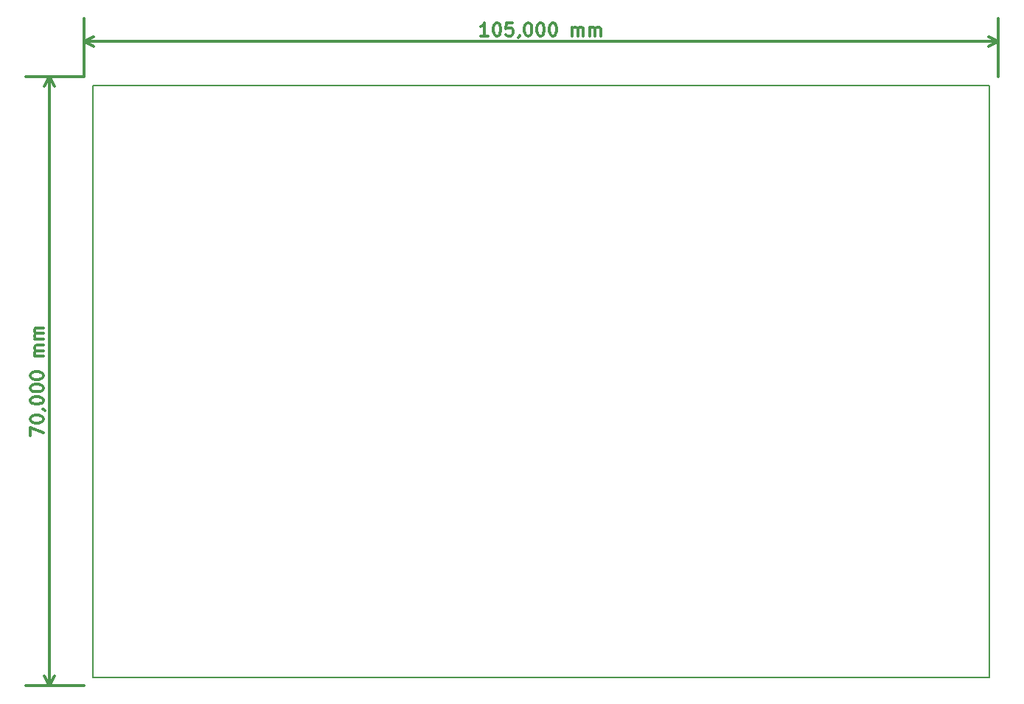
<source format=gbr>
G04 #@! TF.FileFunction,Drawing*
%FSLAX46Y46*%
G04 Gerber Fmt 4.6, Leading zero omitted, Abs format (unit mm)*
G04 Created by KiCad (PCBNEW 4.0.6) date 05/08/17 11:25:49*
%MOMM*%
%LPD*%
G01*
G04 APERTURE LIST*
%ADD10C,0.100000*%
%ADD11C,0.200000*%
%ADD12C,0.300000*%
G04 APERTURE END LIST*
D10*
D11*
X217030000Y-105680000D02*
X217030000Y-37680000D01*
X114030000Y-105680000D02*
X217030000Y-105680000D01*
X114030000Y-37680000D02*
X114030000Y-105680000D01*
X217030000Y-37680000D02*
X114030000Y-37680000D01*
D12*
X159458573Y-32008571D02*
X158601430Y-32008571D01*
X159030002Y-32008571D02*
X159030002Y-30508571D01*
X158887145Y-30722857D01*
X158744287Y-30865714D01*
X158601430Y-30937143D01*
X160387144Y-30508571D02*
X160530001Y-30508571D01*
X160672858Y-30580000D01*
X160744287Y-30651429D01*
X160815716Y-30794286D01*
X160887144Y-31080000D01*
X160887144Y-31437143D01*
X160815716Y-31722857D01*
X160744287Y-31865714D01*
X160672858Y-31937143D01*
X160530001Y-32008571D01*
X160387144Y-32008571D01*
X160244287Y-31937143D01*
X160172858Y-31865714D01*
X160101430Y-31722857D01*
X160030001Y-31437143D01*
X160030001Y-31080000D01*
X160101430Y-30794286D01*
X160172858Y-30651429D01*
X160244287Y-30580000D01*
X160387144Y-30508571D01*
X162244287Y-30508571D02*
X161530001Y-30508571D01*
X161458572Y-31222857D01*
X161530001Y-31151429D01*
X161672858Y-31080000D01*
X162030001Y-31080000D01*
X162172858Y-31151429D01*
X162244287Y-31222857D01*
X162315715Y-31365714D01*
X162315715Y-31722857D01*
X162244287Y-31865714D01*
X162172858Y-31937143D01*
X162030001Y-32008571D01*
X161672858Y-32008571D01*
X161530001Y-31937143D01*
X161458572Y-31865714D01*
X163030000Y-31937143D02*
X163030000Y-32008571D01*
X162958572Y-32151429D01*
X162887143Y-32222857D01*
X163958572Y-30508571D02*
X164101429Y-30508571D01*
X164244286Y-30580000D01*
X164315715Y-30651429D01*
X164387144Y-30794286D01*
X164458572Y-31080000D01*
X164458572Y-31437143D01*
X164387144Y-31722857D01*
X164315715Y-31865714D01*
X164244286Y-31937143D01*
X164101429Y-32008571D01*
X163958572Y-32008571D01*
X163815715Y-31937143D01*
X163744286Y-31865714D01*
X163672858Y-31722857D01*
X163601429Y-31437143D01*
X163601429Y-31080000D01*
X163672858Y-30794286D01*
X163744286Y-30651429D01*
X163815715Y-30580000D01*
X163958572Y-30508571D01*
X165387143Y-30508571D02*
X165530000Y-30508571D01*
X165672857Y-30580000D01*
X165744286Y-30651429D01*
X165815715Y-30794286D01*
X165887143Y-31080000D01*
X165887143Y-31437143D01*
X165815715Y-31722857D01*
X165744286Y-31865714D01*
X165672857Y-31937143D01*
X165530000Y-32008571D01*
X165387143Y-32008571D01*
X165244286Y-31937143D01*
X165172857Y-31865714D01*
X165101429Y-31722857D01*
X165030000Y-31437143D01*
X165030000Y-31080000D01*
X165101429Y-30794286D01*
X165172857Y-30651429D01*
X165244286Y-30580000D01*
X165387143Y-30508571D01*
X166815714Y-30508571D02*
X166958571Y-30508571D01*
X167101428Y-30580000D01*
X167172857Y-30651429D01*
X167244286Y-30794286D01*
X167315714Y-31080000D01*
X167315714Y-31437143D01*
X167244286Y-31722857D01*
X167172857Y-31865714D01*
X167101428Y-31937143D01*
X166958571Y-32008571D01*
X166815714Y-32008571D01*
X166672857Y-31937143D01*
X166601428Y-31865714D01*
X166530000Y-31722857D01*
X166458571Y-31437143D01*
X166458571Y-31080000D01*
X166530000Y-30794286D01*
X166601428Y-30651429D01*
X166672857Y-30580000D01*
X166815714Y-30508571D01*
X169101428Y-32008571D02*
X169101428Y-31008571D01*
X169101428Y-31151429D02*
X169172856Y-31080000D01*
X169315714Y-31008571D01*
X169529999Y-31008571D01*
X169672856Y-31080000D01*
X169744285Y-31222857D01*
X169744285Y-32008571D01*
X169744285Y-31222857D02*
X169815714Y-31080000D01*
X169958571Y-31008571D01*
X170172856Y-31008571D01*
X170315714Y-31080000D01*
X170387142Y-31222857D01*
X170387142Y-32008571D01*
X171101428Y-32008571D02*
X171101428Y-31008571D01*
X171101428Y-31151429D02*
X171172856Y-31080000D01*
X171315714Y-31008571D01*
X171529999Y-31008571D01*
X171672856Y-31080000D01*
X171744285Y-31222857D01*
X171744285Y-32008571D01*
X171744285Y-31222857D02*
X171815714Y-31080000D01*
X171958571Y-31008571D01*
X172172856Y-31008571D01*
X172315714Y-31080000D01*
X172387142Y-31222857D01*
X172387142Y-32008571D01*
X113030000Y-32680000D02*
X218030000Y-32680000D01*
X113030000Y-36680000D02*
X113030000Y-29980000D01*
X218030000Y-36680000D02*
X218030000Y-29980000D01*
X218030000Y-32680000D02*
X216903496Y-33266421D01*
X218030000Y-32680000D02*
X216903496Y-32093579D01*
X113030000Y-32680000D02*
X114156504Y-33266421D01*
X113030000Y-32680000D02*
X114156504Y-32093579D01*
X106858571Y-77965713D02*
X106858571Y-76965713D01*
X108358571Y-77608570D01*
X106858571Y-76108571D02*
X106858571Y-75965714D01*
X106930000Y-75822857D01*
X107001429Y-75751428D01*
X107144286Y-75679999D01*
X107430000Y-75608571D01*
X107787143Y-75608571D01*
X108072857Y-75679999D01*
X108215714Y-75751428D01*
X108287143Y-75822857D01*
X108358571Y-75965714D01*
X108358571Y-76108571D01*
X108287143Y-76251428D01*
X108215714Y-76322857D01*
X108072857Y-76394285D01*
X107787143Y-76465714D01*
X107430000Y-76465714D01*
X107144286Y-76394285D01*
X107001429Y-76322857D01*
X106930000Y-76251428D01*
X106858571Y-76108571D01*
X108287143Y-74894286D02*
X108358571Y-74894286D01*
X108501429Y-74965714D01*
X108572857Y-75037143D01*
X106858571Y-73965714D02*
X106858571Y-73822857D01*
X106930000Y-73680000D01*
X107001429Y-73608571D01*
X107144286Y-73537142D01*
X107430000Y-73465714D01*
X107787143Y-73465714D01*
X108072857Y-73537142D01*
X108215714Y-73608571D01*
X108287143Y-73680000D01*
X108358571Y-73822857D01*
X108358571Y-73965714D01*
X108287143Y-74108571D01*
X108215714Y-74180000D01*
X108072857Y-74251428D01*
X107787143Y-74322857D01*
X107430000Y-74322857D01*
X107144286Y-74251428D01*
X107001429Y-74180000D01*
X106930000Y-74108571D01*
X106858571Y-73965714D01*
X106858571Y-72537143D02*
X106858571Y-72394286D01*
X106930000Y-72251429D01*
X107001429Y-72180000D01*
X107144286Y-72108571D01*
X107430000Y-72037143D01*
X107787143Y-72037143D01*
X108072857Y-72108571D01*
X108215714Y-72180000D01*
X108287143Y-72251429D01*
X108358571Y-72394286D01*
X108358571Y-72537143D01*
X108287143Y-72680000D01*
X108215714Y-72751429D01*
X108072857Y-72822857D01*
X107787143Y-72894286D01*
X107430000Y-72894286D01*
X107144286Y-72822857D01*
X107001429Y-72751429D01*
X106930000Y-72680000D01*
X106858571Y-72537143D01*
X106858571Y-71108572D02*
X106858571Y-70965715D01*
X106930000Y-70822858D01*
X107001429Y-70751429D01*
X107144286Y-70680000D01*
X107430000Y-70608572D01*
X107787143Y-70608572D01*
X108072857Y-70680000D01*
X108215714Y-70751429D01*
X108287143Y-70822858D01*
X108358571Y-70965715D01*
X108358571Y-71108572D01*
X108287143Y-71251429D01*
X108215714Y-71322858D01*
X108072857Y-71394286D01*
X107787143Y-71465715D01*
X107430000Y-71465715D01*
X107144286Y-71394286D01*
X107001429Y-71322858D01*
X106930000Y-71251429D01*
X106858571Y-71108572D01*
X108358571Y-68822858D02*
X107358571Y-68822858D01*
X107501429Y-68822858D02*
X107430000Y-68751430D01*
X107358571Y-68608572D01*
X107358571Y-68394287D01*
X107430000Y-68251430D01*
X107572857Y-68180001D01*
X108358571Y-68180001D01*
X107572857Y-68180001D02*
X107430000Y-68108572D01*
X107358571Y-67965715D01*
X107358571Y-67751430D01*
X107430000Y-67608572D01*
X107572857Y-67537144D01*
X108358571Y-67537144D01*
X108358571Y-66822858D02*
X107358571Y-66822858D01*
X107501429Y-66822858D02*
X107430000Y-66751430D01*
X107358571Y-66608572D01*
X107358571Y-66394287D01*
X107430000Y-66251430D01*
X107572857Y-66180001D01*
X108358571Y-66180001D01*
X107572857Y-66180001D02*
X107430000Y-66108572D01*
X107358571Y-65965715D01*
X107358571Y-65751430D01*
X107430000Y-65608572D01*
X107572857Y-65537144D01*
X108358571Y-65537144D01*
X109030000Y-106680000D02*
X109030000Y-36680000D01*
X113030000Y-106680000D02*
X106330000Y-106680000D01*
X113030000Y-36680000D02*
X106330000Y-36680000D01*
X109030000Y-36680000D02*
X109616421Y-37806504D01*
X109030000Y-36680000D02*
X108443579Y-37806504D01*
X109030000Y-106680000D02*
X109616421Y-105553496D01*
X109030000Y-106680000D02*
X108443579Y-105553496D01*
M02*

</source>
